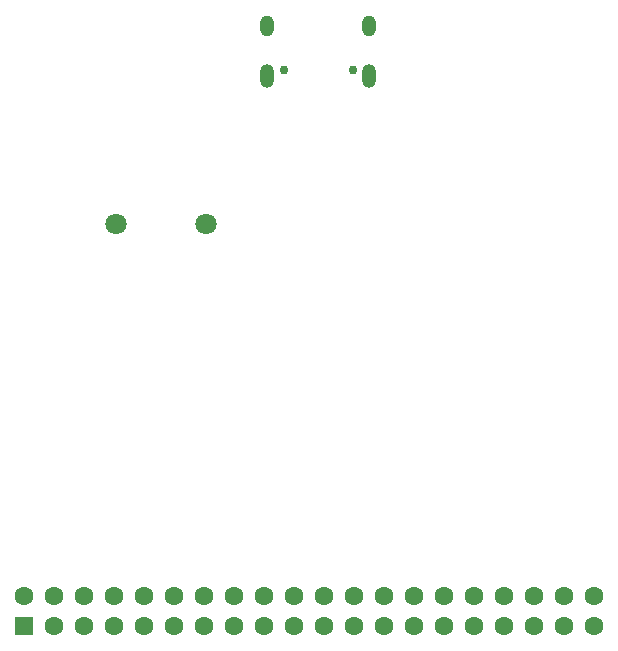
<source format=gbr>
%TF.GenerationSoftware,KiCad,Pcbnew,8.0.4*%
%TF.CreationDate,2024-12-04T20:03:35-06:00*%
%TF.ProjectId,amoguspico,616d6f67-7573-4706-9963-6f2e6b696361,rev?*%
%TF.SameCoordinates,Original*%
%TF.FileFunction,Soldermask,Bot*%
%TF.FilePolarity,Negative*%
%FSLAX46Y46*%
G04 Gerber Fmt 4.6, Leading zero omitted, Abs format (unit mm)*
G04 Created by KiCad (PCBNEW 8.0.4) date 2024-12-04 20:03:35*
%MOMM*%
%LPD*%
G01*
G04 APERTURE LIST*
%ADD10C,1.800000*%
%ADD11R,1.600000X1.600000*%
%ADD12C,1.600000*%
%ADD13C,0.750000*%
%ADD14O,1.200000X2.000000*%
%ADD15O,1.200000X1.800000*%
G04 APERTURE END LIST*
D10*
%TO.C,BUZZER1*%
X134940000Y-74500000D03*
X142560000Y-74500000D03*
%TD*%
D11*
%TO.C,U7*%
X127180000Y-108520000D03*
D12*
X127180000Y-105980000D03*
X129720000Y-108520000D03*
X129720000Y-105980000D03*
X132260000Y-108520000D03*
X132260000Y-105980000D03*
X134800000Y-108520000D03*
X134800000Y-105980000D03*
X137340000Y-108520000D03*
X137340000Y-105980000D03*
X139880000Y-108520000D03*
X139880000Y-105980000D03*
X142420000Y-108520000D03*
X142420000Y-105980000D03*
X144960000Y-108520000D03*
X144960000Y-105980000D03*
X147500000Y-108520000D03*
X147500000Y-105980000D03*
X150040000Y-108520000D03*
X150040000Y-105980000D03*
X152580000Y-108520000D03*
X152580000Y-105980000D03*
X155120000Y-108520000D03*
X155120000Y-105980000D03*
X157660000Y-108520000D03*
X157660000Y-105980000D03*
X160200000Y-108520000D03*
X160200000Y-105980000D03*
X162740000Y-108520000D03*
X162740000Y-105980000D03*
X165280000Y-108520000D03*
X165280000Y-105980000D03*
X167820000Y-108520000D03*
X167820000Y-105980000D03*
X170360000Y-108520000D03*
X170360000Y-105980000D03*
X172900000Y-108520000D03*
X172900000Y-105980000D03*
X175440000Y-108520000D03*
X175440000Y-105980000D03*
%TD*%
D13*
%TO.C,USBC1*%
X154980000Y-61430000D03*
X149180000Y-61430000D03*
D14*
X156410000Y-61930000D03*
X147750000Y-61930000D03*
D15*
X147750000Y-57750000D03*
X156410000Y-57750000D03*
%TD*%
M02*

</source>
